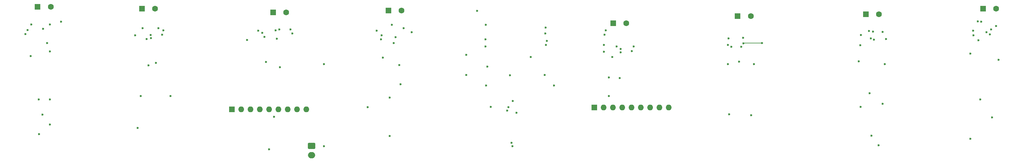
<source format=gbr>
%TF.GenerationSoftware,KiCad,Pcbnew,8.0.8*%
%TF.CreationDate,2025-05-04T20:59:53-05:00*%
%TF.ProjectId,Feedback_sleeve,46656564-6261-4636-9b5f-736c65657665,rev?*%
%TF.SameCoordinates,Original*%
%TF.FileFunction,Copper,L9,Inr*%
%TF.FilePolarity,Positive*%
%FSLAX46Y46*%
G04 Gerber Fmt 4.6, Leading zero omitted, Abs format (unit mm)*
G04 Created by KiCad (PCBNEW 8.0.8) date 2025-05-04 20:59:53*
%MOMM*%
%LPD*%
G01*
G04 APERTURE LIST*
G04 Aperture macros list*
%AMRoundRect*
0 Rectangle with rounded corners*
0 $1 Rounding radius*
0 $2 $3 $4 $5 $6 $7 $8 $9 X,Y pos of 4 corners*
0 Add a 4 corners polygon primitive as box body*
4,1,4,$2,$3,$4,$5,$6,$7,$8,$9,$2,$3,0*
0 Add four circle primitives for the rounded corners*
1,1,$1+$1,$2,$3*
1,1,$1+$1,$4,$5*
1,1,$1+$1,$6,$7*
1,1,$1+$1,$8,$9*
0 Add four rect primitives between the rounded corners*
20,1,$1+$1,$2,$3,$4,$5,0*
20,1,$1+$1,$4,$5,$6,$7,0*
20,1,$1+$1,$6,$7,$8,$9,0*
20,1,$1+$1,$8,$9,$2,$3,0*%
G04 Aperture macros list end*
%TA.AperFunction,ComponentPad*%
%ADD10RoundRect,0.250000X-0.550000X-0.550000X0.550000X-0.550000X0.550000X0.550000X-0.550000X0.550000X0*%
%TD*%
%TA.AperFunction,ComponentPad*%
%ADD11C,1.600000*%
%TD*%
%TA.AperFunction,ComponentPad*%
%ADD12R,1.600000X1.600000*%
%TD*%
%TA.AperFunction,ComponentPad*%
%ADD13O,1.600000X1.600000*%
%TD*%
%TA.AperFunction,ComponentPad*%
%ADD14RoundRect,0.250000X-0.750000X0.600000X-0.750000X-0.600000X0.750000X-0.600000X0.750000X0.600000X0*%
%TD*%
%TA.AperFunction,ComponentPad*%
%ADD15O,2.000000X1.700000*%
%TD*%
%TA.AperFunction,ViaPad*%
%ADD16C,0.600000*%
%TD*%
%TA.AperFunction,Conductor*%
%ADD17C,0.200000*%
%TD*%
G04 APERTURE END LIST*
D10*
%TO.N,Net-(J7-Pin_1)*%
%TO.C,J7*%
X242900000Y-17500000D03*
D11*
%TO.N,Net-(J7-Pin_2)*%
X246500000Y-17500000D03*
%TD*%
D10*
%TO.N,Net-(J8-Pin_1)*%
%TO.C,J8*%
X274900000Y-16000000D03*
D11*
%TO.N,Net-(J8-Pin_2)*%
X278500000Y-16000000D03*
%TD*%
D10*
%TO.N,Net-(J2-Pin_1)*%
%TO.C,J2*%
X45200000Y-16000000D03*
D11*
%TO.N,Net-(J2-Pin_2)*%
X48800000Y-16000000D03*
%TD*%
D10*
%TO.N,Net-(J6-Pin_1)*%
%TO.C,J6*%
X207900000Y-18000000D03*
D11*
%TO.N,Net-(J6-Pin_2)*%
X211500000Y-18000000D03*
%TD*%
D10*
%TO.N,Net-(J3-Pin_1)*%
%TO.C,J3*%
X81000000Y-17000000D03*
D11*
%TO.N,Net-(J3-Pin_2)*%
X84600000Y-17000000D03*
%TD*%
D12*
%TO.N,Net-(RN1-common)*%
%TO.C,RN2*%
X69760000Y-43500000D03*
D13*
%TO.N,Net-(RN2-R1)*%
X72300000Y-43500000D03*
%TO.N,Net-(RN2-R2)*%
X74840000Y-43500000D03*
%TO.N,Net-(RN2-R3)*%
X77380000Y-43500000D03*
%TO.N,Net-(RN2-R4)*%
X79920000Y-43500000D03*
%TO.N,Net-(RN2-R5)*%
X82460000Y-43500000D03*
%TO.N,Net-(RN2-R6)*%
X85000000Y-43500000D03*
%TO.N,Net-(RN2-R7)*%
X87540000Y-43500000D03*
%TO.N,Net-(RN2-R8)*%
X90080000Y-43500000D03*
%TD*%
D14*
%TO.N,Net-(J9-Pin_1)*%
%TO.C,J9*%
X91500000Y-53500000D03*
D15*
%TO.N,Net-(J9-Pin_2)*%
X91500000Y-56000000D03*
%TD*%
D10*
%TO.N,Net-(J4-Pin_1)*%
%TO.C,J4*%
X112500000Y-16500000D03*
D11*
%TO.N,Net-(J4-Pin_2)*%
X116100000Y-16500000D03*
%TD*%
D12*
%TO.N,Net-(RN1-common)*%
%TO.C,RN1*%
X168760000Y-43000000D03*
D13*
%TO.N,Net-(RN1-R1)*%
X171300000Y-43000000D03*
%TO.N,Net-(RN1-R2)*%
X173840000Y-43000000D03*
%TO.N,Net-(RN1-R3)*%
X176380000Y-43000000D03*
%TO.N,Net-(RN1-R4)*%
X178920000Y-43000000D03*
%TO.N,Net-(RN1-R5)*%
X181460000Y-43000000D03*
%TO.N,Net-(RN1-R6)*%
X184000000Y-43000000D03*
%TO.N,Net-(RN1-R7)*%
X186540000Y-43000000D03*
%TO.N,Net-(RN1-R8)*%
X189080000Y-43000000D03*
%TD*%
D10*
%TO.N,Net-(J1-Pin_1)*%
%TO.C,J1*%
X16700000Y-15500000D03*
D11*
%TO.N,Net-(J1-Pin_2)*%
X20300000Y-15500000D03*
%TD*%
D10*
%TO.N,Net-(J5-Pin_1)*%
%TO.C,J5*%
X173900000Y-20000000D03*
D11*
%TO.N,Net-(J5-Pin_2)*%
X177500000Y-20000000D03*
%TD*%
D16*
%TO.N,Net-(U1-GND)*%
X17095500Y-50321100D03*
X171377100Y-27752000D03*
X205594700Y-44905300D03*
X14834800Y-28967500D03*
X179017600Y-27617400D03*
X47589500Y-23225400D03*
X110467800Y-24348000D03*
X172682700Y-34819700D03*
X112842700Y-40329300D03*
X208245400Y-30467500D03*
X50728400Y-23100000D03*
X209432800Y-25440000D03*
X272252400Y-23280900D03*
X171566300Y-23086900D03*
X79067000Y-30518700D03*
X46961400Y-31470500D03*
X244401700Y-50745200D03*
X243947400Y-39076400D03*
X44866000Y-39904100D03*
X17001400Y-40829300D03*
X240951400Y-30411500D03*
X274157400Y-40829300D03*
X78663200Y-23693200D03*
X271418700Y-28282100D03*
X110979400Y-29408200D03*
X155457500Y-21133100D03*
X13395100Y-22941500D03*
X214570700Y-25376200D03*
X245123800Y-24500000D03*
%TO.N,Net-(U2-REG)*%
X274410700Y-19564400D03*
X279125700Y-29974700D03*
%TO.N,Net-(U4-REG)*%
X175674700Y-34923400D03*
%TO.N,Net-(U5-REG)*%
X113469400Y-20366500D03*
X115453800Y-31382200D03*
%TO.N,Net-(U10-REG)*%
X45411400Y-21344600D03*
X49065500Y-30811900D03*
%TO.N,Net-(U6-REG)*%
X15016300Y-20335300D03*
X20090700Y-47685200D03*
%TO.N,Net-(U9-REG)*%
X76938700Y-22008700D03*
X82922700Y-31970500D03*
%TO.N,Net-(U7-REG)*%
X243781600Y-22118400D03*
X246384400Y-53336900D03*
%TO.N,Net-(J1-Pin_1)*%
X19292700Y-25376200D03*
%TO.N,Net-(J1-Pin_2)*%
X23082700Y-19564400D03*
%TO.N,Net-(J2-Pin_2)*%
X51017600Y-21908700D03*
%TO.N,Net-(J2-Pin_1)*%
X47668900Y-24070700D03*
%TO.N,Net-(J3-Pin_2)*%
X85786700Y-21656900D03*
%TO.N,Net-(J3-Pin_1)*%
X86280400Y-22742700D03*
%TO.N,Net-(J4-Pin_1)*%
X114461700Y-23761600D03*
%TO.N,Net-(J4-Pin_2)*%
X118886400Y-22470300D03*
%TO.N,Net-(J5-Pin_2)*%
X179457200Y-26300300D03*
%TO.N,Net-(J5-Pin_1)*%
X175926200Y-27900000D03*
%TO.N,Net-(J6-Pin_1)*%
X208896100Y-26420700D03*
%TO.N,Net-(J7-Pin_1)*%
X248395400Y-24250000D03*
%TO.N,Net-(J7-Pin_2)*%
X244868400Y-22227600D03*
%TO.N,Net-(J8-Pin_1)*%
X276779600Y-23010400D03*
%TO.N,Net-(J8-Pin_2)*%
X277122500Y-21666800D03*
%TO.N,Net-(J9-Pin_1)*%
X145754700Y-34211000D03*
X94890700Y-31188000D03*
%TO.N,Net-(U1-PC01_A1_D1)*%
X173685700Y-29242000D03*
X171845900Y-21950500D03*
X139125100Y-20375000D03*
%TO.N,Net-(U1-PC05_A5_D5_SCL)*%
X139557100Y-31818900D03*
%TO.N,Net-(U1-PA03_A8_D8_SCK)*%
X82011000Y-24176200D03*
%TO.N,Net-(U1-PC00_A0_D0)*%
X273512700Y-19481600D03*
X273612700Y-24641500D03*
X136778700Y-16617400D03*
%TO.N,Net-(U1-PC06_A6_D6_TX)*%
X133786700Y-34093900D03*
X205249400Y-31188000D03*
X206170900Y-26416600D03*
%TO.N,Net-(U1-PC02_A2_D2)*%
X139058900Y-24413400D03*
X113954100Y-25376200D03*
%TO.N,Net-(U1-PA04_A9_D9_MISO)*%
X46445800Y-24270700D03*
X151344000Y-29168400D03*
%TO.N,Net-(U1-PC04_A4_D4_SDA)*%
X133786700Y-28647700D03*
%TO.N,Net-(U1-PC07_A7_D7_RX)*%
X155190200Y-34138800D03*
%TO.N,Net-(U1-PC03_A3_D3)*%
X139058900Y-26342800D03*
X241421900Y-25985700D03*
%TO.N,Net-(RN1-common)*%
X139214400Y-36999800D03*
X247484100Y-22339600D03*
X157739200Y-36999800D03*
X20092300Y-40829300D03*
X20090700Y-27682400D03*
X116668800Y-21334700D03*
X53002700Y-39905700D03*
X115830300Y-36619000D03*
X82695300Y-21708700D03*
X278429300Y-20774000D03*
X20090700Y-20330100D03*
X248039400Y-31188000D03*
X247482700Y-41982700D03*
X212337400Y-31188000D03*
X211578700Y-45078700D03*
X175924200Y-26989200D03*
X49716200Y-21330200D03*
X155381200Y-22754500D03*
X209417200Y-23983900D03*
%TO.N,Net-(RN1-R6)*%
X81279700Y-45523400D03*
X81692800Y-21917300D03*
%TO.N,Net-(RN1-R7)*%
X205374400Y-24104900D03*
%TO.N,Net-(RN1-R2)*%
X18070000Y-44981300D03*
X18194400Y-21458700D03*
%TO.N,Net-(RN1-R8)*%
X205233400Y-25927500D03*
%TO.N,Net-(RN1-R5)*%
X78041100Y-22633100D03*
X79930700Y-54435200D03*
%TO.N,Net-(RN1-R3)*%
X43340400Y-23250000D03*
X44026700Y-48623400D03*
%TO.N,Net-(RN1-R1)*%
X13996600Y-21818200D03*
X145314800Y-42912200D03*
%TO.N,Net-(RN1-R4)*%
X144991400Y-43836400D03*
%TO.N,Net-(RN2-R5)*%
X277402700Y-45717500D03*
X275844500Y-22470700D03*
%TO.N,Net-(RN2-R6)*%
X146389300Y-53624600D03*
X272168000Y-21999100D03*
X94871000Y-53624600D03*
X271418700Y-51529300D03*
%TO.N,Net-(RN2-R7)*%
X155792100Y-24795800D03*
X147504600Y-44475500D03*
X244286900Y-24161600D03*
%TO.N,Net-(RN2-R4)*%
X146160000Y-52645400D03*
X171326500Y-25862500D03*
X155558000Y-25896600D03*
%TO.N,Net-(RN2-R8)*%
X241531400Y-23154400D03*
X241498700Y-42811600D03*
%TO.N,Net-(RN2-R2)*%
X140461900Y-42812200D03*
X106858700Y-42942100D03*
X110618800Y-23261600D03*
%TO.N,Net-(RN2-R3)*%
X172682700Y-39905700D03*
X174878000Y-26284700D03*
X146470800Y-41259900D03*
%TO.N,Net-(RN2-R1)*%
X73946700Y-24529200D03*
X112842700Y-50827800D03*
X109318900Y-22028000D03*
%TD*%
D17*
%TO.N,Net-(U1-GND)*%
X209496600Y-25376200D02*
X209432800Y-25440000D01*
X214570700Y-25376200D02*
X209496600Y-25376200D01*
%TD*%
M02*

</source>
